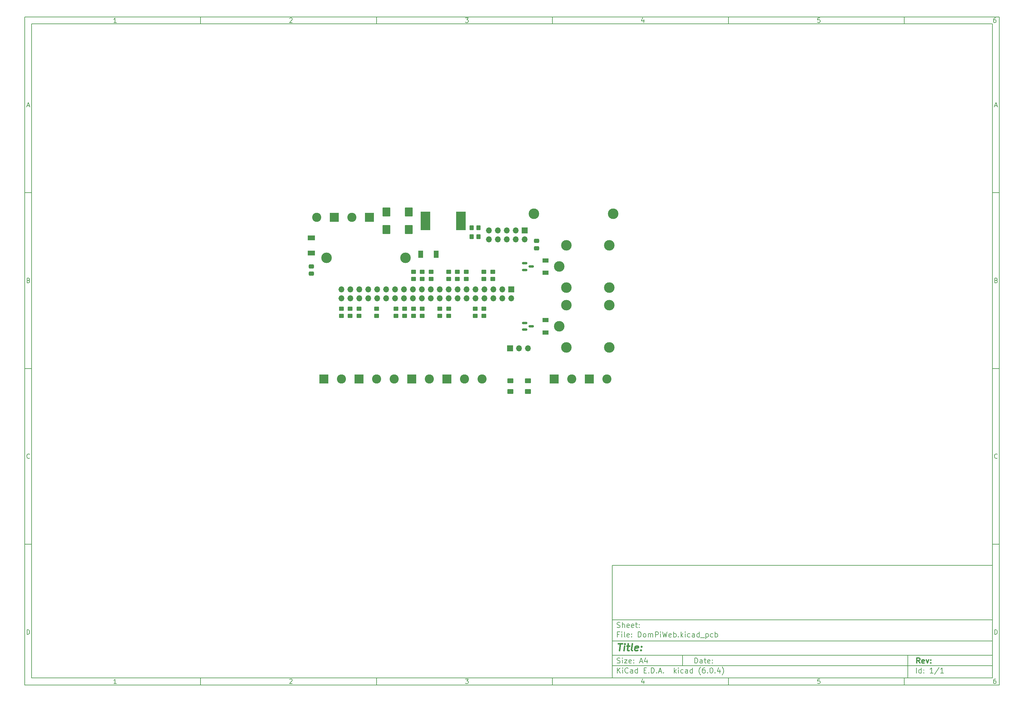
<source format=gbr>
G04 #@! TF.GenerationSoftware,KiCad,Pcbnew,(6.0.4)*
G04 #@! TF.CreationDate,2023-03-24T12:02:35-03:00*
G04 #@! TF.ProjectId,DomPiWeb,446f6d50-6957-4656-922e-6b696361645f,rev?*
G04 #@! TF.SameCoordinates,Original*
G04 #@! TF.FileFunction,Soldermask,Top*
G04 #@! TF.FilePolarity,Negative*
%FSLAX46Y46*%
G04 Gerber Fmt 4.6, Leading zero omitted, Abs format (unit mm)*
G04 Created by KiCad (PCBNEW (6.0.4)) date 2023-03-24 12:02:35*
%MOMM*%
%LPD*%
G01*
G04 APERTURE LIST*
G04 Aperture macros list*
%AMRoundRect*
0 Rectangle with rounded corners*
0 $1 Rounding radius*
0 $2 $3 $4 $5 $6 $7 $8 $9 X,Y pos of 4 corners*
0 Add a 4 corners polygon primitive as box body*
4,1,4,$2,$3,$4,$5,$6,$7,$8,$9,$2,$3,0*
0 Add four circle primitives for the rounded corners*
1,1,$1+$1,$2,$3*
1,1,$1+$1,$4,$5*
1,1,$1+$1,$6,$7*
1,1,$1+$1,$8,$9*
0 Add four rect primitives between the rounded corners*
20,1,$1+$1,$2,$3,$4,$5,0*
20,1,$1+$1,$4,$5,$6,$7,0*
20,1,$1+$1,$6,$7,$8,$9,0*
20,1,$1+$1,$8,$9,$2,$3,0*%
G04 Aperture macros list end*
%ADD10C,0.100000*%
%ADD11C,0.150000*%
%ADD12C,0.300000*%
%ADD13C,0.400000*%
%ADD14R,2.600000X2.600000*%
%ADD15C,2.600000*%
%ADD16R,1.700000X1.700000*%
%ADD17O,1.700000X1.700000*%
%ADD18R,1.400000X2.100000*%
%ADD19RoundRect,0.250000X-0.475000X0.337500X-0.475000X-0.337500X0.475000X-0.337500X0.475000X0.337500X0*%
%ADD20RoundRect,0.250001X0.624999X-0.462499X0.624999X0.462499X-0.624999X0.462499X-0.624999X-0.462499X0*%
%ADD21C,3.000000*%
%ADD22RoundRect,0.250000X-0.450000X0.350000X-0.450000X-0.350000X0.450000X-0.350000X0.450000X0.350000X0*%
%ADD23RoundRect,0.250000X0.450000X-0.350000X0.450000X0.350000X-0.450000X0.350000X-0.450000X-0.350000X0*%
%ADD24RoundRect,0.250000X0.350000X0.450000X-0.350000X0.450000X-0.350000X-0.450000X0.350000X-0.450000X0*%
%ADD25RoundRect,0.250000X0.875000X1.025000X-0.875000X1.025000X-0.875000X-1.025000X0.875000X-1.025000X0*%
%ADD26RoundRect,0.150000X-0.587500X-0.150000X0.587500X-0.150000X0.587500X0.150000X-0.587500X0.150000X0*%
%ADD27R,2.100000X1.400000*%
%ADD28R,2.800000X5.300000*%
%ADD29R,1.700000X1.300000*%
G04 APERTURE END LIST*
D10*
D11*
X177002200Y-166007200D02*
X177002200Y-198007200D01*
X285002200Y-198007200D01*
X285002200Y-166007200D01*
X177002200Y-166007200D01*
D10*
D11*
X10000000Y-10000000D02*
X10000000Y-200007200D01*
X287002200Y-200007200D01*
X287002200Y-10000000D01*
X10000000Y-10000000D01*
D10*
D11*
X12000000Y-12000000D02*
X12000000Y-198007200D01*
X285002200Y-198007200D01*
X285002200Y-12000000D01*
X12000000Y-12000000D01*
D10*
D11*
X60000000Y-12000000D02*
X60000000Y-10000000D01*
D10*
D11*
X110000000Y-12000000D02*
X110000000Y-10000000D01*
D10*
D11*
X160000000Y-12000000D02*
X160000000Y-10000000D01*
D10*
D11*
X210000000Y-12000000D02*
X210000000Y-10000000D01*
D10*
D11*
X260000000Y-12000000D02*
X260000000Y-10000000D01*
D10*
D11*
X36065476Y-11588095D02*
X35322619Y-11588095D01*
X35694047Y-11588095D02*
X35694047Y-10288095D01*
X35570238Y-10473809D01*
X35446428Y-10597619D01*
X35322619Y-10659523D01*
D10*
D11*
X85322619Y-10411904D02*
X85384523Y-10350000D01*
X85508333Y-10288095D01*
X85817857Y-10288095D01*
X85941666Y-10350000D01*
X86003571Y-10411904D01*
X86065476Y-10535714D01*
X86065476Y-10659523D01*
X86003571Y-10845238D01*
X85260714Y-11588095D01*
X86065476Y-11588095D01*
D10*
D11*
X135260714Y-10288095D02*
X136065476Y-10288095D01*
X135632142Y-10783333D01*
X135817857Y-10783333D01*
X135941666Y-10845238D01*
X136003571Y-10907142D01*
X136065476Y-11030952D01*
X136065476Y-11340476D01*
X136003571Y-11464285D01*
X135941666Y-11526190D01*
X135817857Y-11588095D01*
X135446428Y-11588095D01*
X135322619Y-11526190D01*
X135260714Y-11464285D01*
D10*
D11*
X185941666Y-10721428D02*
X185941666Y-11588095D01*
X185632142Y-10226190D02*
X185322619Y-11154761D01*
X186127380Y-11154761D01*
D10*
D11*
X236003571Y-10288095D02*
X235384523Y-10288095D01*
X235322619Y-10907142D01*
X235384523Y-10845238D01*
X235508333Y-10783333D01*
X235817857Y-10783333D01*
X235941666Y-10845238D01*
X236003571Y-10907142D01*
X236065476Y-11030952D01*
X236065476Y-11340476D01*
X236003571Y-11464285D01*
X235941666Y-11526190D01*
X235817857Y-11588095D01*
X235508333Y-11588095D01*
X235384523Y-11526190D01*
X235322619Y-11464285D01*
D10*
D11*
X285941666Y-10288095D02*
X285694047Y-10288095D01*
X285570238Y-10350000D01*
X285508333Y-10411904D01*
X285384523Y-10597619D01*
X285322619Y-10845238D01*
X285322619Y-11340476D01*
X285384523Y-11464285D01*
X285446428Y-11526190D01*
X285570238Y-11588095D01*
X285817857Y-11588095D01*
X285941666Y-11526190D01*
X286003571Y-11464285D01*
X286065476Y-11340476D01*
X286065476Y-11030952D01*
X286003571Y-10907142D01*
X285941666Y-10845238D01*
X285817857Y-10783333D01*
X285570238Y-10783333D01*
X285446428Y-10845238D01*
X285384523Y-10907142D01*
X285322619Y-11030952D01*
D10*
D11*
X60000000Y-198007200D02*
X60000000Y-200007200D01*
D10*
D11*
X110000000Y-198007200D02*
X110000000Y-200007200D01*
D10*
D11*
X160000000Y-198007200D02*
X160000000Y-200007200D01*
D10*
D11*
X210000000Y-198007200D02*
X210000000Y-200007200D01*
D10*
D11*
X260000000Y-198007200D02*
X260000000Y-200007200D01*
D10*
D11*
X36065476Y-199595295D02*
X35322619Y-199595295D01*
X35694047Y-199595295D02*
X35694047Y-198295295D01*
X35570238Y-198481009D01*
X35446428Y-198604819D01*
X35322619Y-198666723D01*
D10*
D11*
X85322619Y-198419104D02*
X85384523Y-198357200D01*
X85508333Y-198295295D01*
X85817857Y-198295295D01*
X85941666Y-198357200D01*
X86003571Y-198419104D01*
X86065476Y-198542914D01*
X86065476Y-198666723D01*
X86003571Y-198852438D01*
X85260714Y-199595295D01*
X86065476Y-199595295D01*
D10*
D11*
X135260714Y-198295295D02*
X136065476Y-198295295D01*
X135632142Y-198790533D01*
X135817857Y-198790533D01*
X135941666Y-198852438D01*
X136003571Y-198914342D01*
X136065476Y-199038152D01*
X136065476Y-199347676D01*
X136003571Y-199471485D01*
X135941666Y-199533390D01*
X135817857Y-199595295D01*
X135446428Y-199595295D01*
X135322619Y-199533390D01*
X135260714Y-199471485D01*
D10*
D11*
X185941666Y-198728628D02*
X185941666Y-199595295D01*
X185632142Y-198233390D02*
X185322619Y-199161961D01*
X186127380Y-199161961D01*
D10*
D11*
X236003571Y-198295295D02*
X235384523Y-198295295D01*
X235322619Y-198914342D01*
X235384523Y-198852438D01*
X235508333Y-198790533D01*
X235817857Y-198790533D01*
X235941666Y-198852438D01*
X236003571Y-198914342D01*
X236065476Y-199038152D01*
X236065476Y-199347676D01*
X236003571Y-199471485D01*
X235941666Y-199533390D01*
X235817857Y-199595295D01*
X235508333Y-199595295D01*
X235384523Y-199533390D01*
X235322619Y-199471485D01*
D10*
D11*
X285941666Y-198295295D02*
X285694047Y-198295295D01*
X285570238Y-198357200D01*
X285508333Y-198419104D01*
X285384523Y-198604819D01*
X285322619Y-198852438D01*
X285322619Y-199347676D01*
X285384523Y-199471485D01*
X285446428Y-199533390D01*
X285570238Y-199595295D01*
X285817857Y-199595295D01*
X285941666Y-199533390D01*
X286003571Y-199471485D01*
X286065476Y-199347676D01*
X286065476Y-199038152D01*
X286003571Y-198914342D01*
X285941666Y-198852438D01*
X285817857Y-198790533D01*
X285570238Y-198790533D01*
X285446428Y-198852438D01*
X285384523Y-198914342D01*
X285322619Y-199038152D01*
D10*
D11*
X10000000Y-60000000D02*
X12000000Y-60000000D01*
D10*
D11*
X10000000Y-110000000D02*
X12000000Y-110000000D01*
D10*
D11*
X10000000Y-160000000D02*
X12000000Y-160000000D01*
D10*
D11*
X10690476Y-35216666D02*
X11309523Y-35216666D01*
X10566666Y-35588095D02*
X11000000Y-34288095D01*
X11433333Y-35588095D01*
D10*
D11*
X11092857Y-84907142D02*
X11278571Y-84969047D01*
X11340476Y-85030952D01*
X11402380Y-85154761D01*
X11402380Y-85340476D01*
X11340476Y-85464285D01*
X11278571Y-85526190D01*
X11154761Y-85588095D01*
X10659523Y-85588095D01*
X10659523Y-84288095D01*
X11092857Y-84288095D01*
X11216666Y-84350000D01*
X11278571Y-84411904D01*
X11340476Y-84535714D01*
X11340476Y-84659523D01*
X11278571Y-84783333D01*
X11216666Y-84845238D01*
X11092857Y-84907142D01*
X10659523Y-84907142D01*
D10*
D11*
X11402380Y-135464285D02*
X11340476Y-135526190D01*
X11154761Y-135588095D01*
X11030952Y-135588095D01*
X10845238Y-135526190D01*
X10721428Y-135402380D01*
X10659523Y-135278571D01*
X10597619Y-135030952D01*
X10597619Y-134845238D01*
X10659523Y-134597619D01*
X10721428Y-134473809D01*
X10845238Y-134350000D01*
X11030952Y-134288095D01*
X11154761Y-134288095D01*
X11340476Y-134350000D01*
X11402380Y-134411904D01*
D10*
D11*
X10659523Y-185588095D02*
X10659523Y-184288095D01*
X10969047Y-184288095D01*
X11154761Y-184350000D01*
X11278571Y-184473809D01*
X11340476Y-184597619D01*
X11402380Y-184845238D01*
X11402380Y-185030952D01*
X11340476Y-185278571D01*
X11278571Y-185402380D01*
X11154761Y-185526190D01*
X10969047Y-185588095D01*
X10659523Y-185588095D01*
D10*
D11*
X287002200Y-60000000D02*
X285002200Y-60000000D01*
D10*
D11*
X287002200Y-110000000D02*
X285002200Y-110000000D01*
D10*
D11*
X287002200Y-160000000D02*
X285002200Y-160000000D01*
D10*
D11*
X285692676Y-35216666D02*
X286311723Y-35216666D01*
X285568866Y-35588095D02*
X286002200Y-34288095D01*
X286435533Y-35588095D01*
D10*
D11*
X286095057Y-84907142D02*
X286280771Y-84969047D01*
X286342676Y-85030952D01*
X286404580Y-85154761D01*
X286404580Y-85340476D01*
X286342676Y-85464285D01*
X286280771Y-85526190D01*
X286156961Y-85588095D01*
X285661723Y-85588095D01*
X285661723Y-84288095D01*
X286095057Y-84288095D01*
X286218866Y-84350000D01*
X286280771Y-84411904D01*
X286342676Y-84535714D01*
X286342676Y-84659523D01*
X286280771Y-84783333D01*
X286218866Y-84845238D01*
X286095057Y-84907142D01*
X285661723Y-84907142D01*
D10*
D11*
X286404580Y-135464285D02*
X286342676Y-135526190D01*
X286156961Y-135588095D01*
X286033152Y-135588095D01*
X285847438Y-135526190D01*
X285723628Y-135402380D01*
X285661723Y-135278571D01*
X285599819Y-135030952D01*
X285599819Y-134845238D01*
X285661723Y-134597619D01*
X285723628Y-134473809D01*
X285847438Y-134350000D01*
X286033152Y-134288095D01*
X286156961Y-134288095D01*
X286342676Y-134350000D01*
X286404580Y-134411904D01*
D10*
D11*
X285661723Y-185588095D02*
X285661723Y-184288095D01*
X285971247Y-184288095D01*
X286156961Y-184350000D01*
X286280771Y-184473809D01*
X286342676Y-184597619D01*
X286404580Y-184845238D01*
X286404580Y-185030952D01*
X286342676Y-185278571D01*
X286280771Y-185402380D01*
X286156961Y-185526190D01*
X285971247Y-185588095D01*
X285661723Y-185588095D01*
D10*
D11*
X200434342Y-193785771D02*
X200434342Y-192285771D01*
X200791485Y-192285771D01*
X201005771Y-192357200D01*
X201148628Y-192500057D01*
X201220057Y-192642914D01*
X201291485Y-192928628D01*
X201291485Y-193142914D01*
X201220057Y-193428628D01*
X201148628Y-193571485D01*
X201005771Y-193714342D01*
X200791485Y-193785771D01*
X200434342Y-193785771D01*
X202577200Y-193785771D02*
X202577200Y-193000057D01*
X202505771Y-192857200D01*
X202362914Y-192785771D01*
X202077200Y-192785771D01*
X201934342Y-192857200D01*
X202577200Y-193714342D02*
X202434342Y-193785771D01*
X202077200Y-193785771D01*
X201934342Y-193714342D01*
X201862914Y-193571485D01*
X201862914Y-193428628D01*
X201934342Y-193285771D01*
X202077200Y-193214342D01*
X202434342Y-193214342D01*
X202577200Y-193142914D01*
X203077200Y-192785771D02*
X203648628Y-192785771D01*
X203291485Y-192285771D02*
X203291485Y-193571485D01*
X203362914Y-193714342D01*
X203505771Y-193785771D01*
X203648628Y-193785771D01*
X204720057Y-193714342D02*
X204577200Y-193785771D01*
X204291485Y-193785771D01*
X204148628Y-193714342D01*
X204077200Y-193571485D01*
X204077200Y-193000057D01*
X204148628Y-192857200D01*
X204291485Y-192785771D01*
X204577200Y-192785771D01*
X204720057Y-192857200D01*
X204791485Y-193000057D01*
X204791485Y-193142914D01*
X204077200Y-193285771D01*
X205434342Y-193642914D02*
X205505771Y-193714342D01*
X205434342Y-193785771D01*
X205362914Y-193714342D01*
X205434342Y-193642914D01*
X205434342Y-193785771D01*
X205434342Y-192857200D02*
X205505771Y-192928628D01*
X205434342Y-193000057D01*
X205362914Y-192928628D01*
X205434342Y-192857200D01*
X205434342Y-193000057D01*
D10*
D11*
X177002200Y-194507200D02*
X285002200Y-194507200D01*
D10*
D11*
X178434342Y-196585771D02*
X178434342Y-195085771D01*
X179291485Y-196585771D02*
X178648628Y-195728628D01*
X179291485Y-195085771D02*
X178434342Y-195942914D01*
X179934342Y-196585771D02*
X179934342Y-195585771D01*
X179934342Y-195085771D02*
X179862914Y-195157200D01*
X179934342Y-195228628D01*
X180005771Y-195157200D01*
X179934342Y-195085771D01*
X179934342Y-195228628D01*
X181505771Y-196442914D02*
X181434342Y-196514342D01*
X181220057Y-196585771D01*
X181077200Y-196585771D01*
X180862914Y-196514342D01*
X180720057Y-196371485D01*
X180648628Y-196228628D01*
X180577200Y-195942914D01*
X180577200Y-195728628D01*
X180648628Y-195442914D01*
X180720057Y-195300057D01*
X180862914Y-195157200D01*
X181077200Y-195085771D01*
X181220057Y-195085771D01*
X181434342Y-195157200D01*
X181505771Y-195228628D01*
X182791485Y-196585771D02*
X182791485Y-195800057D01*
X182720057Y-195657200D01*
X182577200Y-195585771D01*
X182291485Y-195585771D01*
X182148628Y-195657200D01*
X182791485Y-196514342D02*
X182648628Y-196585771D01*
X182291485Y-196585771D01*
X182148628Y-196514342D01*
X182077200Y-196371485D01*
X182077200Y-196228628D01*
X182148628Y-196085771D01*
X182291485Y-196014342D01*
X182648628Y-196014342D01*
X182791485Y-195942914D01*
X184148628Y-196585771D02*
X184148628Y-195085771D01*
X184148628Y-196514342D02*
X184005771Y-196585771D01*
X183720057Y-196585771D01*
X183577200Y-196514342D01*
X183505771Y-196442914D01*
X183434342Y-196300057D01*
X183434342Y-195871485D01*
X183505771Y-195728628D01*
X183577200Y-195657200D01*
X183720057Y-195585771D01*
X184005771Y-195585771D01*
X184148628Y-195657200D01*
X186005771Y-195800057D02*
X186505771Y-195800057D01*
X186720057Y-196585771D02*
X186005771Y-196585771D01*
X186005771Y-195085771D01*
X186720057Y-195085771D01*
X187362914Y-196442914D02*
X187434342Y-196514342D01*
X187362914Y-196585771D01*
X187291485Y-196514342D01*
X187362914Y-196442914D01*
X187362914Y-196585771D01*
X188077200Y-196585771D02*
X188077200Y-195085771D01*
X188434342Y-195085771D01*
X188648628Y-195157200D01*
X188791485Y-195300057D01*
X188862914Y-195442914D01*
X188934342Y-195728628D01*
X188934342Y-195942914D01*
X188862914Y-196228628D01*
X188791485Y-196371485D01*
X188648628Y-196514342D01*
X188434342Y-196585771D01*
X188077200Y-196585771D01*
X189577200Y-196442914D02*
X189648628Y-196514342D01*
X189577200Y-196585771D01*
X189505771Y-196514342D01*
X189577200Y-196442914D01*
X189577200Y-196585771D01*
X190220057Y-196157200D02*
X190934342Y-196157200D01*
X190077200Y-196585771D02*
X190577200Y-195085771D01*
X191077200Y-196585771D01*
X191577200Y-196442914D02*
X191648628Y-196514342D01*
X191577200Y-196585771D01*
X191505771Y-196514342D01*
X191577200Y-196442914D01*
X191577200Y-196585771D01*
X194577200Y-196585771D02*
X194577200Y-195085771D01*
X194720057Y-196014342D02*
X195148628Y-196585771D01*
X195148628Y-195585771D02*
X194577200Y-196157200D01*
X195791485Y-196585771D02*
X195791485Y-195585771D01*
X195791485Y-195085771D02*
X195720057Y-195157200D01*
X195791485Y-195228628D01*
X195862914Y-195157200D01*
X195791485Y-195085771D01*
X195791485Y-195228628D01*
X197148628Y-196514342D02*
X197005771Y-196585771D01*
X196720057Y-196585771D01*
X196577200Y-196514342D01*
X196505771Y-196442914D01*
X196434342Y-196300057D01*
X196434342Y-195871485D01*
X196505771Y-195728628D01*
X196577200Y-195657200D01*
X196720057Y-195585771D01*
X197005771Y-195585771D01*
X197148628Y-195657200D01*
X198434342Y-196585771D02*
X198434342Y-195800057D01*
X198362914Y-195657200D01*
X198220057Y-195585771D01*
X197934342Y-195585771D01*
X197791485Y-195657200D01*
X198434342Y-196514342D02*
X198291485Y-196585771D01*
X197934342Y-196585771D01*
X197791485Y-196514342D01*
X197720057Y-196371485D01*
X197720057Y-196228628D01*
X197791485Y-196085771D01*
X197934342Y-196014342D01*
X198291485Y-196014342D01*
X198434342Y-195942914D01*
X199791485Y-196585771D02*
X199791485Y-195085771D01*
X199791485Y-196514342D02*
X199648628Y-196585771D01*
X199362914Y-196585771D01*
X199220057Y-196514342D01*
X199148628Y-196442914D01*
X199077200Y-196300057D01*
X199077200Y-195871485D01*
X199148628Y-195728628D01*
X199220057Y-195657200D01*
X199362914Y-195585771D01*
X199648628Y-195585771D01*
X199791485Y-195657200D01*
X202077200Y-197157200D02*
X202005771Y-197085771D01*
X201862914Y-196871485D01*
X201791485Y-196728628D01*
X201720057Y-196514342D01*
X201648628Y-196157200D01*
X201648628Y-195871485D01*
X201720057Y-195514342D01*
X201791485Y-195300057D01*
X201862914Y-195157200D01*
X202005771Y-194942914D01*
X202077200Y-194871485D01*
X203291485Y-195085771D02*
X203005771Y-195085771D01*
X202862914Y-195157200D01*
X202791485Y-195228628D01*
X202648628Y-195442914D01*
X202577200Y-195728628D01*
X202577200Y-196300057D01*
X202648628Y-196442914D01*
X202720057Y-196514342D01*
X202862914Y-196585771D01*
X203148628Y-196585771D01*
X203291485Y-196514342D01*
X203362914Y-196442914D01*
X203434342Y-196300057D01*
X203434342Y-195942914D01*
X203362914Y-195800057D01*
X203291485Y-195728628D01*
X203148628Y-195657200D01*
X202862914Y-195657200D01*
X202720057Y-195728628D01*
X202648628Y-195800057D01*
X202577200Y-195942914D01*
X204077200Y-196442914D02*
X204148628Y-196514342D01*
X204077200Y-196585771D01*
X204005771Y-196514342D01*
X204077200Y-196442914D01*
X204077200Y-196585771D01*
X205077200Y-195085771D02*
X205220057Y-195085771D01*
X205362914Y-195157200D01*
X205434342Y-195228628D01*
X205505771Y-195371485D01*
X205577200Y-195657200D01*
X205577200Y-196014342D01*
X205505771Y-196300057D01*
X205434342Y-196442914D01*
X205362914Y-196514342D01*
X205220057Y-196585771D01*
X205077200Y-196585771D01*
X204934342Y-196514342D01*
X204862914Y-196442914D01*
X204791485Y-196300057D01*
X204720057Y-196014342D01*
X204720057Y-195657200D01*
X204791485Y-195371485D01*
X204862914Y-195228628D01*
X204934342Y-195157200D01*
X205077200Y-195085771D01*
X206220057Y-196442914D02*
X206291485Y-196514342D01*
X206220057Y-196585771D01*
X206148628Y-196514342D01*
X206220057Y-196442914D01*
X206220057Y-196585771D01*
X207577200Y-195585771D02*
X207577200Y-196585771D01*
X207220057Y-195014342D02*
X206862914Y-196085771D01*
X207791485Y-196085771D01*
X208220057Y-197157200D02*
X208291485Y-197085771D01*
X208434342Y-196871485D01*
X208505771Y-196728628D01*
X208577200Y-196514342D01*
X208648628Y-196157200D01*
X208648628Y-195871485D01*
X208577200Y-195514342D01*
X208505771Y-195300057D01*
X208434342Y-195157200D01*
X208291485Y-194942914D01*
X208220057Y-194871485D01*
D10*
D11*
X177002200Y-191507200D02*
X285002200Y-191507200D01*
D10*
D12*
X264411485Y-193785771D02*
X263911485Y-193071485D01*
X263554342Y-193785771D02*
X263554342Y-192285771D01*
X264125771Y-192285771D01*
X264268628Y-192357200D01*
X264340057Y-192428628D01*
X264411485Y-192571485D01*
X264411485Y-192785771D01*
X264340057Y-192928628D01*
X264268628Y-193000057D01*
X264125771Y-193071485D01*
X263554342Y-193071485D01*
X265625771Y-193714342D02*
X265482914Y-193785771D01*
X265197200Y-193785771D01*
X265054342Y-193714342D01*
X264982914Y-193571485D01*
X264982914Y-193000057D01*
X265054342Y-192857200D01*
X265197200Y-192785771D01*
X265482914Y-192785771D01*
X265625771Y-192857200D01*
X265697200Y-193000057D01*
X265697200Y-193142914D01*
X264982914Y-193285771D01*
X266197200Y-192785771D02*
X266554342Y-193785771D01*
X266911485Y-192785771D01*
X267482914Y-193642914D02*
X267554342Y-193714342D01*
X267482914Y-193785771D01*
X267411485Y-193714342D01*
X267482914Y-193642914D01*
X267482914Y-193785771D01*
X267482914Y-192857200D02*
X267554342Y-192928628D01*
X267482914Y-193000057D01*
X267411485Y-192928628D01*
X267482914Y-192857200D01*
X267482914Y-193000057D01*
D10*
D11*
X178362914Y-193714342D02*
X178577200Y-193785771D01*
X178934342Y-193785771D01*
X179077200Y-193714342D01*
X179148628Y-193642914D01*
X179220057Y-193500057D01*
X179220057Y-193357200D01*
X179148628Y-193214342D01*
X179077200Y-193142914D01*
X178934342Y-193071485D01*
X178648628Y-193000057D01*
X178505771Y-192928628D01*
X178434342Y-192857200D01*
X178362914Y-192714342D01*
X178362914Y-192571485D01*
X178434342Y-192428628D01*
X178505771Y-192357200D01*
X178648628Y-192285771D01*
X179005771Y-192285771D01*
X179220057Y-192357200D01*
X179862914Y-193785771D02*
X179862914Y-192785771D01*
X179862914Y-192285771D02*
X179791485Y-192357200D01*
X179862914Y-192428628D01*
X179934342Y-192357200D01*
X179862914Y-192285771D01*
X179862914Y-192428628D01*
X180434342Y-192785771D02*
X181220057Y-192785771D01*
X180434342Y-193785771D01*
X181220057Y-193785771D01*
X182362914Y-193714342D02*
X182220057Y-193785771D01*
X181934342Y-193785771D01*
X181791485Y-193714342D01*
X181720057Y-193571485D01*
X181720057Y-193000057D01*
X181791485Y-192857200D01*
X181934342Y-192785771D01*
X182220057Y-192785771D01*
X182362914Y-192857200D01*
X182434342Y-193000057D01*
X182434342Y-193142914D01*
X181720057Y-193285771D01*
X183077200Y-193642914D02*
X183148628Y-193714342D01*
X183077200Y-193785771D01*
X183005771Y-193714342D01*
X183077200Y-193642914D01*
X183077200Y-193785771D01*
X183077200Y-192857200D02*
X183148628Y-192928628D01*
X183077200Y-193000057D01*
X183005771Y-192928628D01*
X183077200Y-192857200D01*
X183077200Y-193000057D01*
X184862914Y-193357200D02*
X185577200Y-193357200D01*
X184720057Y-193785771D02*
X185220057Y-192285771D01*
X185720057Y-193785771D01*
X186862914Y-192785771D02*
X186862914Y-193785771D01*
X186505771Y-192214342D02*
X186148628Y-193285771D01*
X187077200Y-193285771D01*
D10*
D11*
X263434342Y-196585771D02*
X263434342Y-195085771D01*
X264791485Y-196585771D02*
X264791485Y-195085771D01*
X264791485Y-196514342D02*
X264648628Y-196585771D01*
X264362914Y-196585771D01*
X264220057Y-196514342D01*
X264148628Y-196442914D01*
X264077200Y-196300057D01*
X264077200Y-195871485D01*
X264148628Y-195728628D01*
X264220057Y-195657200D01*
X264362914Y-195585771D01*
X264648628Y-195585771D01*
X264791485Y-195657200D01*
X265505771Y-196442914D02*
X265577200Y-196514342D01*
X265505771Y-196585771D01*
X265434342Y-196514342D01*
X265505771Y-196442914D01*
X265505771Y-196585771D01*
X265505771Y-195657200D02*
X265577200Y-195728628D01*
X265505771Y-195800057D01*
X265434342Y-195728628D01*
X265505771Y-195657200D01*
X265505771Y-195800057D01*
X268148628Y-196585771D02*
X267291485Y-196585771D01*
X267720057Y-196585771D02*
X267720057Y-195085771D01*
X267577200Y-195300057D01*
X267434342Y-195442914D01*
X267291485Y-195514342D01*
X269862914Y-195014342D02*
X268577200Y-196942914D01*
X271148628Y-196585771D02*
X270291485Y-196585771D01*
X270720057Y-196585771D02*
X270720057Y-195085771D01*
X270577200Y-195300057D01*
X270434342Y-195442914D01*
X270291485Y-195514342D01*
D10*
D11*
X177002200Y-187507200D02*
X285002200Y-187507200D01*
D10*
D13*
X178714580Y-188211961D02*
X179857438Y-188211961D01*
X179036009Y-190211961D02*
X179286009Y-188211961D01*
X180274104Y-190211961D02*
X180440771Y-188878628D01*
X180524104Y-188211961D02*
X180416961Y-188307200D01*
X180500295Y-188402438D01*
X180607438Y-188307200D01*
X180524104Y-188211961D01*
X180500295Y-188402438D01*
X181107438Y-188878628D02*
X181869342Y-188878628D01*
X181476485Y-188211961D02*
X181262200Y-189926247D01*
X181333628Y-190116723D01*
X181512200Y-190211961D01*
X181702676Y-190211961D01*
X182655057Y-190211961D02*
X182476485Y-190116723D01*
X182405057Y-189926247D01*
X182619342Y-188211961D01*
X184190771Y-190116723D02*
X183988390Y-190211961D01*
X183607438Y-190211961D01*
X183428866Y-190116723D01*
X183357438Y-189926247D01*
X183452676Y-189164342D01*
X183571723Y-188973866D01*
X183774104Y-188878628D01*
X184155057Y-188878628D01*
X184333628Y-188973866D01*
X184405057Y-189164342D01*
X184381247Y-189354819D01*
X183405057Y-189545295D01*
X185155057Y-190021485D02*
X185238390Y-190116723D01*
X185131247Y-190211961D01*
X185047914Y-190116723D01*
X185155057Y-190021485D01*
X185131247Y-190211961D01*
X185286009Y-188973866D02*
X185369342Y-189069104D01*
X185262200Y-189164342D01*
X185178866Y-189069104D01*
X185286009Y-188973866D01*
X185262200Y-189164342D01*
D10*
D11*
X178934342Y-185600057D02*
X178434342Y-185600057D01*
X178434342Y-186385771D02*
X178434342Y-184885771D01*
X179148628Y-184885771D01*
X179720057Y-186385771D02*
X179720057Y-185385771D01*
X179720057Y-184885771D02*
X179648628Y-184957200D01*
X179720057Y-185028628D01*
X179791485Y-184957200D01*
X179720057Y-184885771D01*
X179720057Y-185028628D01*
X180648628Y-186385771D02*
X180505771Y-186314342D01*
X180434342Y-186171485D01*
X180434342Y-184885771D01*
X181791485Y-186314342D02*
X181648628Y-186385771D01*
X181362914Y-186385771D01*
X181220057Y-186314342D01*
X181148628Y-186171485D01*
X181148628Y-185600057D01*
X181220057Y-185457200D01*
X181362914Y-185385771D01*
X181648628Y-185385771D01*
X181791485Y-185457200D01*
X181862914Y-185600057D01*
X181862914Y-185742914D01*
X181148628Y-185885771D01*
X182505771Y-186242914D02*
X182577200Y-186314342D01*
X182505771Y-186385771D01*
X182434342Y-186314342D01*
X182505771Y-186242914D01*
X182505771Y-186385771D01*
X182505771Y-185457200D02*
X182577200Y-185528628D01*
X182505771Y-185600057D01*
X182434342Y-185528628D01*
X182505771Y-185457200D01*
X182505771Y-185600057D01*
X184362914Y-186385771D02*
X184362914Y-184885771D01*
X184720057Y-184885771D01*
X184934342Y-184957200D01*
X185077200Y-185100057D01*
X185148628Y-185242914D01*
X185220057Y-185528628D01*
X185220057Y-185742914D01*
X185148628Y-186028628D01*
X185077200Y-186171485D01*
X184934342Y-186314342D01*
X184720057Y-186385771D01*
X184362914Y-186385771D01*
X186077200Y-186385771D02*
X185934342Y-186314342D01*
X185862914Y-186242914D01*
X185791485Y-186100057D01*
X185791485Y-185671485D01*
X185862914Y-185528628D01*
X185934342Y-185457200D01*
X186077200Y-185385771D01*
X186291485Y-185385771D01*
X186434342Y-185457200D01*
X186505771Y-185528628D01*
X186577200Y-185671485D01*
X186577200Y-186100057D01*
X186505771Y-186242914D01*
X186434342Y-186314342D01*
X186291485Y-186385771D01*
X186077200Y-186385771D01*
X187220057Y-186385771D02*
X187220057Y-185385771D01*
X187220057Y-185528628D02*
X187291485Y-185457200D01*
X187434342Y-185385771D01*
X187648628Y-185385771D01*
X187791485Y-185457200D01*
X187862914Y-185600057D01*
X187862914Y-186385771D01*
X187862914Y-185600057D02*
X187934342Y-185457200D01*
X188077200Y-185385771D01*
X188291485Y-185385771D01*
X188434342Y-185457200D01*
X188505771Y-185600057D01*
X188505771Y-186385771D01*
X189220057Y-186385771D02*
X189220057Y-184885771D01*
X189791485Y-184885771D01*
X189934342Y-184957200D01*
X190005771Y-185028628D01*
X190077200Y-185171485D01*
X190077200Y-185385771D01*
X190005771Y-185528628D01*
X189934342Y-185600057D01*
X189791485Y-185671485D01*
X189220057Y-185671485D01*
X190720057Y-186385771D02*
X190720057Y-185385771D01*
X190720057Y-184885771D02*
X190648628Y-184957200D01*
X190720057Y-185028628D01*
X190791485Y-184957200D01*
X190720057Y-184885771D01*
X190720057Y-185028628D01*
X191291485Y-184885771D02*
X191648628Y-186385771D01*
X191934342Y-185314342D01*
X192220057Y-186385771D01*
X192577200Y-184885771D01*
X193720057Y-186314342D02*
X193577200Y-186385771D01*
X193291485Y-186385771D01*
X193148628Y-186314342D01*
X193077200Y-186171485D01*
X193077200Y-185600057D01*
X193148628Y-185457200D01*
X193291485Y-185385771D01*
X193577200Y-185385771D01*
X193720057Y-185457200D01*
X193791485Y-185600057D01*
X193791485Y-185742914D01*
X193077200Y-185885771D01*
X194434342Y-186385771D02*
X194434342Y-184885771D01*
X194434342Y-185457200D02*
X194577200Y-185385771D01*
X194862914Y-185385771D01*
X195005771Y-185457200D01*
X195077200Y-185528628D01*
X195148628Y-185671485D01*
X195148628Y-186100057D01*
X195077200Y-186242914D01*
X195005771Y-186314342D01*
X194862914Y-186385771D01*
X194577200Y-186385771D01*
X194434342Y-186314342D01*
X195791485Y-186242914D02*
X195862914Y-186314342D01*
X195791485Y-186385771D01*
X195720057Y-186314342D01*
X195791485Y-186242914D01*
X195791485Y-186385771D01*
X196505771Y-186385771D02*
X196505771Y-184885771D01*
X196648628Y-185814342D02*
X197077200Y-186385771D01*
X197077200Y-185385771D02*
X196505771Y-185957200D01*
X197720057Y-186385771D02*
X197720057Y-185385771D01*
X197720057Y-184885771D02*
X197648628Y-184957200D01*
X197720057Y-185028628D01*
X197791485Y-184957200D01*
X197720057Y-184885771D01*
X197720057Y-185028628D01*
X199077200Y-186314342D02*
X198934342Y-186385771D01*
X198648628Y-186385771D01*
X198505771Y-186314342D01*
X198434342Y-186242914D01*
X198362914Y-186100057D01*
X198362914Y-185671485D01*
X198434342Y-185528628D01*
X198505771Y-185457200D01*
X198648628Y-185385771D01*
X198934342Y-185385771D01*
X199077200Y-185457200D01*
X200362914Y-186385771D02*
X200362914Y-185600057D01*
X200291485Y-185457200D01*
X200148628Y-185385771D01*
X199862914Y-185385771D01*
X199720057Y-185457200D01*
X200362914Y-186314342D02*
X200220057Y-186385771D01*
X199862914Y-186385771D01*
X199720057Y-186314342D01*
X199648628Y-186171485D01*
X199648628Y-186028628D01*
X199720057Y-185885771D01*
X199862914Y-185814342D01*
X200220057Y-185814342D01*
X200362914Y-185742914D01*
X201720057Y-186385771D02*
X201720057Y-184885771D01*
X201720057Y-186314342D02*
X201577200Y-186385771D01*
X201291485Y-186385771D01*
X201148628Y-186314342D01*
X201077200Y-186242914D01*
X201005771Y-186100057D01*
X201005771Y-185671485D01*
X201077200Y-185528628D01*
X201148628Y-185457200D01*
X201291485Y-185385771D01*
X201577200Y-185385771D01*
X201720057Y-185457200D01*
X202077200Y-186528628D02*
X203220057Y-186528628D01*
X203577200Y-185385771D02*
X203577200Y-186885771D01*
X203577200Y-185457200D02*
X203720057Y-185385771D01*
X204005771Y-185385771D01*
X204148628Y-185457200D01*
X204220057Y-185528628D01*
X204291485Y-185671485D01*
X204291485Y-186100057D01*
X204220057Y-186242914D01*
X204148628Y-186314342D01*
X204005771Y-186385771D01*
X203720057Y-186385771D01*
X203577200Y-186314342D01*
X205577200Y-186314342D02*
X205434342Y-186385771D01*
X205148628Y-186385771D01*
X205005771Y-186314342D01*
X204934342Y-186242914D01*
X204862914Y-186100057D01*
X204862914Y-185671485D01*
X204934342Y-185528628D01*
X205005771Y-185457200D01*
X205148628Y-185385771D01*
X205434342Y-185385771D01*
X205577200Y-185457200D01*
X206220057Y-186385771D02*
X206220057Y-184885771D01*
X206220057Y-185457200D02*
X206362914Y-185385771D01*
X206648628Y-185385771D01*
X206791485Y-185457200D01*
X206862914Y-185528628D01*
X206934342Y-185671485D01*
X206934342Y-186100057D01*
X206862914Y-186242914D01*
X206791485Y-186314342D01*
X206648628Y-186385771D01*
X206362914Y-186385771D01*
X206220057Y-186314342D01*
D10*
D11*
X177002200Y-181507200D02*
X285002200Y-181507200D01*
D10*
D11*
X178362914Y-183614342D02*
X178577200Y-183685771D01*
X178934342Y-183685771D01*
X179077200Y-183614342D01*
X179148628Y-183542914D01*
X179220057Y-183400057D01*
X179220057Y-183257200D01*
X179148628Y-183114342D01*
X179077200Y-183042914D01*
X178934342Y-182971485D01*
X178648628Y-182900057D01*
X178505771Y-182828628D01*
X178434342Y-182757200D01*
X178362914Y-182614342D01*
X178362914Y-182471485D01*
X178434342Y-182328628D01*
X178505771Y-182257200D01*
X178648628Y-182185771D01*
X179005771Y-182185771D01*
X179220057Y-182257200D01*
X179862914Y-183685771D02*
X179862914Y-182185771D01*
X180505771Y-183685771D02*
X180505771Y-182900057D01*
X180434342Y-182757200D01*
X180291485Y-182685771D01*
X180077200Y-182685771D01*
X179934342Y-182757200D01*
X179862914Y-182828628D01*
X181791485Y-183614342D02*
X181648628Y-183685771D01*
X181362914Y-183685771D01*
X181220057Y-183614342D01*
X181148628Y-183471485D01*
X181148628Y-182900057D01*
X181220057Y-182757200D01*
X181362914Y-182685771D01*
X181648628Y-182685771D01*
X181791485Y-182757200D01*
X181862914Y-182900057D01*
X181862914Y-183042914D01*
X181148628Y-183185771D01*
X183077200Y-183614342D02*
X182934342Y-183685771D01*
X182648628Y-183685771D01*
X182505771Y-183614342D01*
X182434342Y-183471485D01*
X182434342Y-182900057D01*
X182505771Y-182757200D01*
X182648628Y-182685771D01*
X182934342Y-182685771D01*
X183077200Y-182757200D01*
X183148628Y-182900057D01*
X183148628Y-183042914D01*
X182434342Y-183185771D01*
X183577200Y-182685771D02*
X184148628Y-182685771D01*
X183791485Y-182185771D02*
X183791485Y-183471485D01*
X183862914Y-183614342D01*
X184005771Y-183685771D01*
X184148628Y-183685771D01*
X184648628Y-183542914D02*
X184720057Y-183614342D01*
X184648628Y-183685771D01*
X184577200Y-183614342D01*
X184648628Y-183542914D01*
X184648628Y-183685771D01*
X184648628Y-182757200D02*
X184720057Y-182828628D01*
X184648628Y-182900057D01*
X184577200Y-182828628D01*
X184648628Y-182757200D01*
X184648628Y-182900057D01*
D10*
D12*
D10*
D11*
D10*
D11*
D10*
D11*
D10*
D11*
D10*
D11*
X197002200Y-191507200D02*
X197002200Y-194507200D01*
D10*
D11*
X261002200Y-191507200D02*
X261002200Y-198007200D01*
D14*
X105000000Y-113000000D03*
D15*
X110000000Y-113000000D03*
X115000000Y-113000000D03*
D14*
X130000000Y-113000000D03*
D15*
X135000000Y-113000000D03*
X140000000Y-113000000D03*
D16*
X152075000Y-70725000D03*
D17*
X152075000Y-73265000D03*
X149535000Y-70725000D03*
X149535000Y-73265000D03*
X146995000Y-70725000D03*
X146995000Y-73265000D03*
X144455000Y-70725000D03*
X144455000Y-73265000D03*
X141915000Y-70725000D03*
X141915000Y-73265000D03*
D14*
X120000000Y-113000000D03*
D15*
X125000000Y-113000000D03*
D16*
X147960000Y-104250000D03*
D17*
X150500000Y-104250000D03*
X153040000Y-104250000D03*
D15*
X93000000Y-67000000D03*
D14*
X98000000Y-67000000D03*
X108000000Y-67000000D03*
D15*
X103000000Y-67000000D03*
D14*
X95000000Y-113000000D03*
D15*
X100000000Y-113000000D03*
D18*
X122550000Y-77500000D03*
X126950000Y-77500000D03*
D19*
X155500000Y-73712500D03*
X155500000Y-75787500D03*
D20*
X148000000Y-116487500D03*
X148000000Y-113512500D03*
D21*
X95750000Y-78500000D03*
X118250000Y-78500000D03*
D22*
X120500000Y-82500000D03*
X120500000Y-84500000D03*
D23*
X115500000Y-95000000D03*
X115500000Y-93000000D03*
D24*
X139000000Y-72500000D03*
X137000000Y-72500000D03*
D22*
X140500000Y-93000000D03*
X140500000Y-95000000D03*
D21*
X161950000Y-81000000D03*
X176150000Y-75000000D03*
X176150000Y-87000000D03*
X163950000Y-87000000D03*
X163950000Y-75000000D03*
D25*
X119200000Y-65500000D03*
X112800000Y-65500000D03*
D22*
X130500000Y-93000000D03*
X130500000Y-95000000D03*
D23*
X143000000Y-84500000D03*
X143000000Y-82500000D03*
X140500000Y-84500000D03*
X140500000Y-82500000D03*
D22*
X130500000Y-82500000D03*
X130500000Y-84500000D03*
D26*
X152062500Y-80050000D03*
X152062500Y-81950000D03*
X153937500Y-81000000D03*
D22*
X133000000Y-82500000D03*
X133000000Y-84500000D03*
X125500000Y-82500000D03*
X125500000Y-84500000D03*
D23*
X102500000Y-93000000D03*
X102500000Y-95000000D03*
D27*
X91500000Y-77200000D03*
X91500000Y-72800000D03*
D20*
X153000000Y-116487500D03*
X153000000Y-113512500D03*
D23*
X105000000Y-93000000D03*
X105000000Y-95000000D03*
D21*
X161950000Y-98000000D03*
X176150000Y-92000000D03*
X176150000Y-104000000D03*
X163950000Y-104000000D03*
X163950000Y-92000000D03*
D19*
X91500000Y-80962500D03*
X91500000Y-83037500D03*
D22*
X138000000Y-93000000D03*
X138000000Y-95000000D03*
D26*
X152062500Y-97050000D03*
X152062500Y-98950000D03*
X153937500Y-98000000D03*
D28*
X123900000Y-68000000D03*
X134000000Y-68000000D03*
D14*
X160500000Y-113000000D03*
D15*
X165500000Y-113000000D03*
D23*
X123000000Y-95000000D03*
X123000000Y-93000000D03*
D22*
X123000000Y-82500000D03*
X123000000Y-84500000D03*
D23*
X120500000Y-95000000D03*
X120500000Y-93000000D03*
X110000000Y-93000000D03*
X110000000Y-95000000D03*
D14*
X170500000Y-113000000D03*
D15*
X175500000Y-113000000D03*
D23*
X118000000Y-95000000D03*
X118000000Y-93000000D03*
X100000000Y-93000000D03*
X100000000Y-95000000D03*
D21*
X154750000Y-66000000D03*
X177250000Y-66000000D03*
D24*
X139000000Y-70000000D03*
X137000000Y-70000000D03*
D25*
X119200000Y-70500000D03*
X112800000Y-70500000D03*
D29*
X158000000Y-82750000D03*
X158000000Y-79250000D03*
X158000000Y-99750000D03*
X158000000Y-96250000D03*
D22*
X135500000Y-82500000D03*
X135500000Y-84500000D03*
X128000000Y-93000000D03*
X128000000Y-95000000D03*
D16*
X148260000Y-87460000D03*
D17*
X148260000Y-90000000D03*
X145720000Y-87460000D03*
X145720000Y-90000000D03*
X143180000Y-87460000D03*
X143180000Y-90000000D03*
X140640000Y-87460000D03*
X140640000Y-90000000D03*
X138100000Y-87460000D03*
X138100000Y-90000000D03*
X135560000Y-87460000D03*
X135560000Y-90000000D03*
X133020000Y-87460000D03*
X133020000Y-90000000D03*
X130480000Y-87460000D03*
X130480000Y-90000000D03*
X127940000Y-87460000D03*
X127940000Y-90000000D03*
X125400000Y-87460000D03*
X125400000Y-90000000D03*
X122860000Y-87460000D03*
X122860000Y-90000000D03*
X120320000Y-87460000D03*
X120320000Y-90000000D03*
X117780000Y-87460000D03*
X117780000Y-90000000D03*
X115240000Y-87460000D03*
X115240000Y-90000000D03*
X112700000Y-87460000D03*
X112700000Y-90000000D03*
X110160000Y-87460000D03*
X110160000Y-90000000D03*
X107620000Y-87460000D03*
X107620000Y-90000000D03*
X105080000Y-87460000D03*
X105080000Y-90000000D03*
X102540000Y-87460000D03*
X102540000Y-90000000D03*
X100000000Y-87460000D03*
X100000000Y-90000000D03*
M02*

</source>
